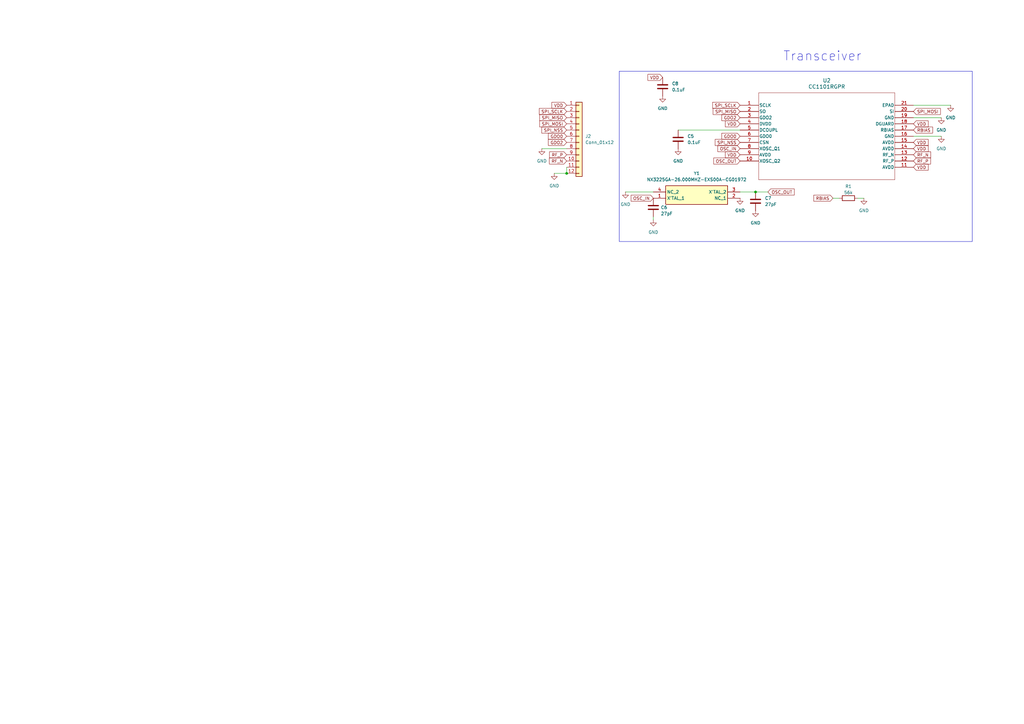
<source format=kicad_sch>
(kicad_sch (version 20231120) (generator "eeschema") (generator_version "8.0")
  (paper "A3")
  (lib_symbols
    (symbol "CC1101:CC1101RGPR" (pin_names (offset 0.254))
      (property "Reference" "U" (at 35.56 10.16 0))
      (property "Value" "CC1101RGPR" (at 35.56 7.62 0))
      (symbol "CC1101RGPR_0_1"
        (polyline (pts (xy 7.62 -30.48) (xy 63.5 -30.48)) (stroke (width 0.127)))
        (polyline (pts (xy 7.62 5.08) (xy 7.62 -30.48)) (stroke (width 0.127)))
        (polyline (pts (xy 63.5 -30.48) (xy 63.5 5.08)) (stroke (width 0.127)))
        (polyline (pts (xy 63.5 5.08) (xy 7.62 5.08)) (stroke (width 0.127)))
        (pin unspecified line (at 0 0 0) (length 7.62) (name "SCLK") (number "1"))
        (pin bidirectional line (at 0 -22.86 0) (length 7.62) (name "XOSC_Q2") (number "10"))
        (pin power_in line (at 71.12 -25.4 180) (length 7.62) (name "AVDD") (number "11"))
        (pin bidirectional line (at 71.12 -22.86 180) (length 7.62) (name "RF_P") (number "12"))
        (pin bidirectional line (at 71.12 -20.32 180) (length 7.62) (name "RF_N") (number "13"))
        (pin power_in line (at 71.12 -17.78 180) (length 7.62) (name "AVDD") (number "14"))
        (pin power_in line (at 71.12 -15.24 180) (length 7.62) (name "AVDD") (number "15"))
        (pin power_in line (at 71.12 -12.7 180) (length 7.62) (name "GND") (number "16"))
        (pin bidirectional line (at 71.12 -10.16 180) (length 7.62) (name "RBIAS") (number "17"))
        (pin power_in line (at 71.12 -7.62 180) (length 7.62) (name "DGUARD") (number "18"))
        (pin power_in line (at 71.12 -5.08 180) (length 7.62) (name "GND") (number "19"))
        (pin output line (at 0 -2.54 0) (length 7.62) (name "SO") (number "2"))
        (pin input line (at 71.12 -2.54 180) (length 7.62) (name "SI") (number "20"))
        (pin power_in line (at 71.12 0 180) (length 7.62) (name "EPAD") (number "21"))
        (pin output line (at 0 -5.08 0) (length 7.62) (name "GDO2") (number "3"))
        (pin power_in line (at 0 -7.62 0) (length 7.62) (name "DVDD") (number "4"))
        (pin power_in line (at 0 -10.16 0) (length 7.62) (name "DCOUPL") (number "5"))
        (pin bidirectional line (at 0 -12.7 0) (length 7.62) (name "GDO0") (number "6"))
        (pin input line (at 0 -15.24 0) (length 7.62) (name "CSN") (number "7"))
        (pin bidirectional line (at 0 -17.78 0) (length 7.62) (name "XOSC_Q1") (number "8"))
        (pin power_in line (at 0 -20.32 0) (length 7.62) (name "AVDD") (number "9"))
      )
    )
    (symbol "Connector_Generic:Conn_01x12" (pin_names (offset 1.016) hide)
      (property "Reference" "J" (at 0 15.24 0))
      (property "Value" "Conn_01x12" (at 0 -17.78 0))
      (symbol "Conn_01x12_1_1"
        (rectangle (start -1.27 -15.113) (end 0 -15.367) (stroke (width 0.1524)))
        (rectangle (start -1.27 -12.573) (end 0 -12.827) (stroke (width 0.1524)))
        (rectangle (start -1.27 -10.033) (end 0 -10.287) (stroke (width 0.1524)))
        (rectangle (start -1.27 -7.493) (end 0 -7.747) (stroke (width 0.1524)))
        (rectangle (start -1.27 -4.953) (end 0 -5.207) (stroke (width 0.1524)))
        (rectangle (start -1.27 -2.413) (end 0 -2.667) (stroke (width 0.1524)))
        (rectangle (start -1.27 0.127) (end 0 -0.127) (stroke (width 0.1524)))
        (rectangle (start -1.27 2.667) (end 0 2.413) (stroke (width 0.1524)))
        (rectangle (start -1.27 5.207) (end 0 4.953) (stroke (width 0.1524)))
        (rectangle (start -1.27 7.747) (end 0 7.493) (stroke (width 0.1524)))
        (rectangle (start -1.27 10.287) (end 0 10.033) (stroke (width 0.1524)))
        (rectangle (start -1.27 12.827) (end 0 12.573) (stroke (width 0.1524)))
        (rectangle (start -1.27 13.97) (end 1.27 -16.51) (stroke (width 0.254)) (fill (type background)))
        (pin passive line (at -5.08 12.7 0) (length 3.81) (name "Pin_1") (number "1"))
        (pin passive line (at -5.08 -10.16 0) (length 3.81) (name "Pin_10") (number "10"))
        (pin passive line (at -5.08 -12.7 0) (length 3.81) (name "Pin_11") (number "11"))
        (pin passive line (at -5.08 -15.24 0) (length 3.81) (name "Pin_12") (number "12"))
        (pin passive line (at -5.08 10.16 0) (length 3.81) (name "Pin_2") (number "2"))
        (pin passive line (at -5.08 7.62 0) (length 3.81) (name "Pin_3") (number "3"))
        (pin passive line (at -5.08 5.08 0) (length 3.81) (name "Pin_4") (number "4"))
        (pin passive line (at -5.08 2.54 0) (length 3.81) (name "Pin_5") (number "5"))
        (pin passive line (at -5.08 0 0) (length 3.81) (name "Pin_6") (number "6"))
        (pin passive line (at -5.08 -2.54 0) (length 3.81) (name "Pin_7") (number "7"))
        (pin passive line (at -5.08 -5.08 0) (length 3.81) (name "Pin_8") (number "8"))
        (pin passive line (at -5.08 -7.62 0) (length 3.81) (name "Pin_9") (number "9"))
      )
    )
    (symbol "Device:C" (pin_numbers hide) (pin_names (offset 0.254))
      (property "Reference" "C" (at 0.635 2.54 0))
      (property "Value" "C" (at 0.635 -2.54 0))
      (symbol "C_0_1"
        (polyline (pts (xy -2.032 -0.762) (xy 2.032 -0.762)) (stroke (width 0.508)))
        (polyline (pts (xy -2.032 0.762) (xy 2.032 0.762)) (stroke (width 0.508)))
      )
      (symbol "C_1_1"
        (pin passive line (at 0 3.81 270) (length 2.794) (name "~") (number "1"))
        (pin passive line (at 0 -3.81 90) (length 2.794) (name "~") (number "2"))
      )
    )
    (symbol "Device:R" (pin_numbers hide) (pin_names (offset 0))
      (property "Reference" "R" (at 2.032 0 90))
      (property "Value" "R" (at 0 0 90))
      (symbol "R_0_1"
        (rectangle (start -1.016 -2.54) (end 1.016 2.54) (stroke (width 0.254)))
      )
      (symbol "R_1_1"
        (pin passive line (at 0 3.81 270) (length 1.27) (name "~") (number "1"))
        (pin passive line (at 0 -3.81 90) (length 1.27) (name "~") (number "2"))
      )
    )
    (symbol "SamacSys_Parts:NX3225GA-26.000MHZ-EXS00A-CG01972"
      (property "Reference" "Y" (at 31.75 7.62 0))
      (property "Value" "NX3225GA-26.000MHZ-EXS00A-CG01972" (at 31.75 5.08 0))
      (symbol "NX3225GA-26.000MHZ-EXS00A-CG01972_1_1"
        (rectangle (start 5.08 2.54) (end 30.48 -5.08) (stroke (width 0.254)) (fill (type background)))
        (pin passive line (at 0 -2.54 0) (length 5.08) (name "X'TAL_1") (number "1"))
        (pin passive line (at 35.56 -2.54 180) (length 5.08) (name "NC_1") (number "2"))
        (pin passive line (at 35.56 0 180) (length 5.08) (name "X'TAL_2") (number "3"))
        (pin passive line (at 0 0 0) (length 5.08) (name "NC_2") (number "4"))
      )
    )
    (symbol "power:GND" (power) (pin_numbers hide) (pin_names (offset 0) hide)
      (property "Value" "GND" (at 0 -3.81 0))
      (symbol "GND_0_1"
        (polyline (pts (xy 0 0) (xy 0 -1.27) (xy 1.27 -1.27) (xy 0 -2.54) (xy -1.27 -1.27) (xy 0 -1.27)))
      )
      (symbol "GND_1_1"
        (pin power_in line (at 0 0 270) (length 0) (name "~") (number "1"))
      )
    )
  )
  (junction (at 232.41 71.12))
  (junction (at 309.88 78.74))
  (wire (pts (xy 374.65 48.26) (xy 386.08 48.26)))
  (wire (pts (xy 344.17 81.28) (xy 341.63 81.28)))
  (wire (pts (xy 303.53 78.74) (xy 309.88 78.74)))
  (wire (pts (xy 351.79 81.28) (xy 354.33 81.28)))
  (wire (pts (xy 278.13 53.34) (xy 303.53 53.34)))
  (wire (pts (xy 227.33 71.12) (xy 232.41 71.12)))
  (wire (pts (xy 267.97 88.9) (xy 267.97 90.17)))
  (wire (pts (xy 309.88 78.74) (xy 314.96 78.74)))
  (wire (pts (xy 374.65 43.18) (xy 389.89 43.18)))
  (wire (pts (xy 222.25 60.96) (xy 232.41 60.96)))
  (wire (pts (xy 232.41 68.58) (xy 232.41 71.12)))
  (wire (pts (xy 374.65 55.88) (xy 386.08 55.88)))
  (wire (pts (xy 256.54 78.74) (xy 267.97 78.74)))
  (rectangle (start 254 29.21) (end 398.78 99.06))
  (text "Transceiver" (at 337.312 23.114 0) (effects (font (size 3.81 3.81))))
  (global_label "SPI_MISO" (shape input) (at 303.53 45.72 180) (property "Intersheetrefs" "${INTERSHEET_REFS}" (effects (hide yes))))
  (global_label "GDO2" (shape input) (at 303.53 48.26 180) (property "Intersheetrefs" "${INTERSHEET_REFS}" (effects (hide yes))))
  (global_label "VDD" (shape input) (at 374.65 68.58 0) (property "Intersheetrefs" "${INTERSHEET_REFS}" (effects (hide yes))))
  (global_label "RBIAS" (shape input) (at 341.63 81.28 180) (property "Intersheetrefs" "${INTERSHEET_REFS}" (effects (hide yes))))
  (global_label "SPI_SCLK" (shape input) (at 232.41 45.72 180) (property "Intersheetrefs" "${INTERSHEET_REFS}" (effects (hide yes))))
  (global_label "OSC_IN" (shape input) (at 303.53 60.96 180) (property "Intersheetrefs" "${INTERSHEET_REFS}" (effects (hide yes))))
  (global_label "VDD" (shape input) (at 374.65 60.96 0) (property "Intersheetrefs" "${INTERSHEET_REFS}" (effects (hide yes))))
  (global_label "RF_N" (shape input) (at 232.41 66.04 180) (property "Intersheetrefs" "${INTERSHEET_REFS}" (effects (hide yes))))
  (global_label "VDD" (shape input) (at 303.53 63.5 180) (property "Intersheetrefs" "${INTERSHEET_REFS}" (effects (hide yes))))
  (global_label "OSC_IN" (shape input) (at 267.97 81.28 180) (property "Intersheetrefs" "${INTERSHEET_REFS}" (effects (hide yes))))
  (global_label "SPI_NSS" (shape input) (at 303.53 58.42 180) (property "Intersheetrefs" "${INTERSHEET_REFS}" (effects (hide yes))))
  (global_label "GDO2" (shape input) (at 232.41 58.42 180) (property "Intersheetrefs" "${INTERSHEET_REFS}" (effects (hide yes))))
  (global_label "RBIAS" (shape input) (at 374.65 53.34 0) (property "Intersheetrefs" "${INTERSHEET_REFS}" (effects (hide yes))))
  (global_label "VDD" (shape input) (at 374.65 58.42 0) (property "Intersheetrefs" "${INTERSHEET_REFS}" (effects (hide yes))))
  (global_label "VDD" (shape input) (at 374.65 50.8 0) (property "Intersheetrefs" "${INTERSHEET_REFS}" (effects (hide yes))))
  (global_label "RF_P" (shape input) (at 374.65 66.04 0) (property "Intersheetrefs" "${INTERSHEET_REFS}" (effects (hide yes))))
  (global_label "VDD" (shape input) (at 303.53 50.8 180) (property "Intersheetrefs" "${INTERSHEET_REFS}" (effects (hide yes))))
  (global_label "VDD" (shape input) (at 271.78 31.75 180) (property "Intersheetrefs" "${INTERSHEET_REFS}" (effects (hide yes))))
  (global_label "SPI_NSS" (shape input) (at 232.41 53.34 180) (property "Intersheetrefs" "${INTERSHEET_REFS}" (effects (hide yes))))
  (global_label "GDO0" (shape input) (at 232.41 55.88 180) (property "Intersheetrefs" "${INTERSHEET_REFS}" (effects (hide yes))))
  (global_label "RF_N" (shape input) (at 374.65 63.5 0) (property "Intersheetrefs" "${INTERSHEET_REFS}" (effects (hide yes))))
  (global_label "RF_P" (shape input) (at 232.41 63.5 180) (property "Intersheetrefs" "${INTERSHEET_REFS}" (effects (hide yes))))
  (global_label "VDD" (shape input) (at 232.41 43.18 180) (property "Intersheetrefs" "${INTERSHEET_REFS}" (effects (hide yes))))
  (global_label "OSC_OUT" (shape input) (at 303.53 66.04 180) (property "Intersheetrefs" "${INTERSHEET_REFS}" (effects (hide yes))))
  (global_label "SPI_SCLK" (shape input) (at 303.53 43.18 180) (property "Intersheetrefs" "${INTERSHEET_REFS}" (effects (hide yes))))
  (global_label "GDO0" (shape input) (at 303.53 55.88 180) (property "Intersheetrefs" "${INTERSHEET_REFS}" (effects (hide yes))))
  (global_label "SPI_MISO" (shape input) (at 232.41 48.26 180) (property "Intersheetrefs" "${INTERSHEET_REFS}" (effects (hide yes))))
  (global_label "SPI_MOSI" (shape input) (at 232.41 50.8 180) (property "Intersheetrefs" "${INTERSHEET_REFS}" (effects (hide yes))))
  (global_label "SPI_MOSI" (shape input) (at 374.65 45.72 0) (property "Intersheetrefs" "${INTERSHEET_REFS}" (effects (hide yes))))
  (global_label "OSC_OUT" (shape input) (at 314.96 78.74 0) (property "Intersheetrefs" "${INTERSHEET_REFS}" (effects (hide yes))))
  (symbol (lib_id "power:GND") (at 389.89 43.18 0) (unit 1)
    (property "Reference" "#PWR016" (effects (hide yes)))
    (property "Value" "GND" (at 389.89 48.26 0))
    (property "Description" "Power symbol creates a global label with name \"GND\" , ground" (effects (hide yes)))
  )
  (symbol (lib_id "power:GND") (at 227.33 71.12 0) (unit 1)
    (property "Reference" "#PWR04" (effects (hide yes)))
    (property "Value" "GND" (at 227.33 76.2 0))
    (property "Description" "Power symbol creates a global label with name \"GND\" , ground" (effects (hide yes)))
  )
  (symbol (lib_id "Connector_Generic:Conn_01x12") (at 237.49 55.88 0) (unit 1)
    (property "Reference" "J2" (at 240.03 55.8799 0) (effects (justify left)))
    (property "Value" "Conn_01x12" (at 240.03 58.4199 0) (effects (justify left)))
    (property "Footprint" "Connector_PinSocket_2.54mm:PinSocket_1x12_P2.54mm_Horizontal" (effects (hide yes)))
    (property "Description" "Generic connector, single row, 01x12, script generated (kicad-library-utils/schlib/autogen/connector/)" (effects (hide yes)))
  )
  (symbol (lib_id "Device:C") (at 271.78 35.56 0) (unit 1)
    (property "Reference" "C8" (at 275.59 34.2899 0) (effects (justify left)))
    (property "Value" "0.1uF" (at 275.59 36.8299 0) (effects (justify left)))
    (property "Footprint" "Capacitor_SMD:C_0603_1608Metric" (effects (hide yes)))
    (property "Description" "Unpolarized capacitor" (effects (hide yes)))
  )
  (symbol (lib_id "Device:R") (at 347.98 81.28 90) (unit 1)
    (property "Reference" "R1" (at 347.98 76.454 90))
    (property "Value" "56k" (at 347.98 78.994 90))
    (property "Footprint" "Inductor_SMD:L_0603_1608Metric" (effects (hide yes)))
    (property "Description" "Resistor" (effects (hide yes)))
  )
  (symbol (lib_id "power:GND") (at 386.08 55.88 0) (unit 1)
    (property "Reference" "#PWR013" (effects (hide yes)))
    (property "Value" "GND" (at 386.08 60.96 0))
    (property "Description" "Power symbol creates a global label with name \"GND\" , ground" (effects (hide yes)))
  )
  (symbol (lib_id "power:GND") (at 303.53 81.28 0) (unit 1)
    (property "Reference" "#PWR025" (effects (hide yes)))
    (property "Value" "GND" (at 303.53 86.36 0))
    (property "Description" "Power symbol creates a global label with name \"GND\" , ground" (effects (hide yes)))
  )
  (symbol (lib_id "SamacSys_Parts:NX3225GA-26.000MHZ-EXS00A-CG01972") (at 267.97 78.74 0) (unit 1)
    (property "Reference" "Y1" (at 285.75 71.12 0))
    (property "Value" "NX3225GA-26.000MHZ-EXS00A-CG01972" (at 285.75 73.66 0))
    (property "Footprint" "SamacSys_Parts:NX3225GA16000MSTDCRG1" (effects (hide yes)))
    (property "Datasheet" "https://media.digikey.com/pdf/Data%20Sheets/NDK%20PDFs/NX3225GA.pdf" (effects (hide yes)))
    (property "Description" "Crystals CRYSTAL 26MHZ 10PF SMD" (effects (hide yes)))
    (property "Height" "0.9" (effects (hide yes)))
    (property "Mouser Part Number" "344-NX3225GA26MHZEXS" (effects (hide yes)))
    (property "Mouser Price/Stock" "https://www.mouser.co.uk/ProductDetail/NDK/NX3225GA-26.000MHZ-EXS00A-CG01972?qs=55YtniHzbhDzlu7sK5skMA%3D%3D" (effects (hide yes)))
    (property "Manufacturer_Name" "NDK" (effects (hide yes)))
    (property "Manufacturer_Part_Number" "NX3225GA-26.000MHZ-EXS00A-CG01972" (effects (hide yes)))
  )
  (symbol (lib_id "Device:C") (at 278.13 57.15 0) (unit 1)
    (property "Reference" "C5" (at 281.94 55.8799 0) (effects (justify left)))
    (property "Value" "0.1uF" (at 281.94 58.4199 0) (effects (justify left)))
    (property "Footprint" "Capacitor_SMD:C_0603_1608Metric" (effects (hide yes)))
    (property "Description" "Unpolarized capacitor" (effects (hide yes)))
  )
  (symbol (lib_id "power:GND") (at 267.97 90.17 0) (unit 1)
    (property "Reference" "#PWR017" (effects (hide yes)))
    (property "Value" "GND" (at 267.97 95.25 0))
    (property "Description" "Power symbol creates a global label with name \"GND\" , ground" (effects (hide yes)))
  )
  (symbol (lib_id "power:GND") (at 271.78 39.37 0) (unit 1)
    (property "Reference" "#PWR019" (effects (hide yes)))
    (property "Value" "GND" (at 271.78 44.45 0))
    (property "Description" "Power symbol creates a global label with name \"GND\" , ground" (effects (hide yes)))
  )
  (symbol (lib_id "power:GND") (at 309.88 86.36 0) (unit 1)
    (property "Reference" "#PWR018" (effects (hide yes)))
    (property "Value" "GND" (at 309.88 91.44 0))
    (property "Description" "Power symbol creates a global label with name \"GND\" , ground" (effects (hide yes)))
  )
  (symbol (lib_id "Device:C") (at 267.97 85.09 0) (unit 1)
    (property "Reference" "C6" (at 271.018 85.09 0) (effects (justify left)))
    (property "Value" "27pF" (at 271.018 87.63 0) (effects (justify left)))
    (property "Footprint" "Capacitor_SMD:C_0603_1608Metric" (effects (hide yes)))
    (property "Description" "Unpolarized capacitor" (effects (hide yes)))
  )
  (symbol (lib_id "CC1101:CC1101RGPR") (at 303.53 43.18 0) (unit 1)
    (property "Reference" "U2" (at 339.09 33.02 0) (effects (font (size 1.524 1.524))))
    (property "Value" "CC1101RGPR" (at 339.09 35.56 0) (effects (font (size 1.524 1.524))))
    (property "Footprint" "Package_DFN_QFN:Texas_RGP0020H_VQFN-20-1EP_4x4mm_P0.5mm_EP2.4x2.4mm" (effects (hide yes)))
    (property "Datasheet" "CC1101RGPR" (effects (hide yes)))
  )
  (symbol (lib_id "Device:C") (at 309.88 82.55 0) (unit 1)
    (property "Reference" "C7" (at 313.69 81.2799 0) (effects (justify left)))
    (property "Value" "27pF" (at 313.69 83.8199 0) (effects (justify left)))
    (property "Footprint" "Capacitor_SMD:C_0603_1608Metric" (effects (hide yes)))
    (property "Description" "Unpolarized capacitor" (effects (hide yes)))
  )
  (symbol (lib_id "power:GND") (at 354.33 81.28 0) (unit 1)
    (property "Reference" "#PWR020" (effects (hide yes)))
    (property "Value" "GND" (at 354.33 86.36 0))
    (property "Description" "Power symbol creates a global label with name \"GND\" , ground" (effects (hide yes)))
  )
  (symbol (lib_id "power:GND") (at 278.13 60.96 0) (unit 1)
    (property "Reference" "#PWR015" (effects (hide yes)))
    (property "Value" "GND" (at 278.13 66.04 0))
    (property "Description" "Power symbol creates a global label with name \"GND\" , ground" (effects (hide yes)))
  )
  (symbol (lib_id "power:GND") (at 256.54 78.74 0) (unit 1)
    (property "Reference" "#PWR026" (effects (hide yes)))
    (property "Value" "GND" (at 256.54 83.82 0))
    (property "Description" "Power symbol creates a global label with name \"GND\" , ground" (effects (hide yes)))
  )
  (symbol (lib_id "power:GND") (at 222.25 60.96 0) (unit 1)
    (property "Reference" "#PWR05" (effects (hide yes)))
    (property "Value" "GND" (at 222.25 66.04 0))
    (property "Description" "Power symbol creates a global label with name \"GND\" , ground" (effects (hide yes)))
  )
  (symbol (lib_id "power:GND") (at 386.08 48.26 0) (unit 1)
    (property "Reference" "#PWR012" (effects (hide yes)))
    (property "Value" "GND" (at 386.08 53.34 0))
    (property "Description" "Power symbol creates a global label with name \"GND\" , ground" (effects (hide yes)))
  )
)
</source>
